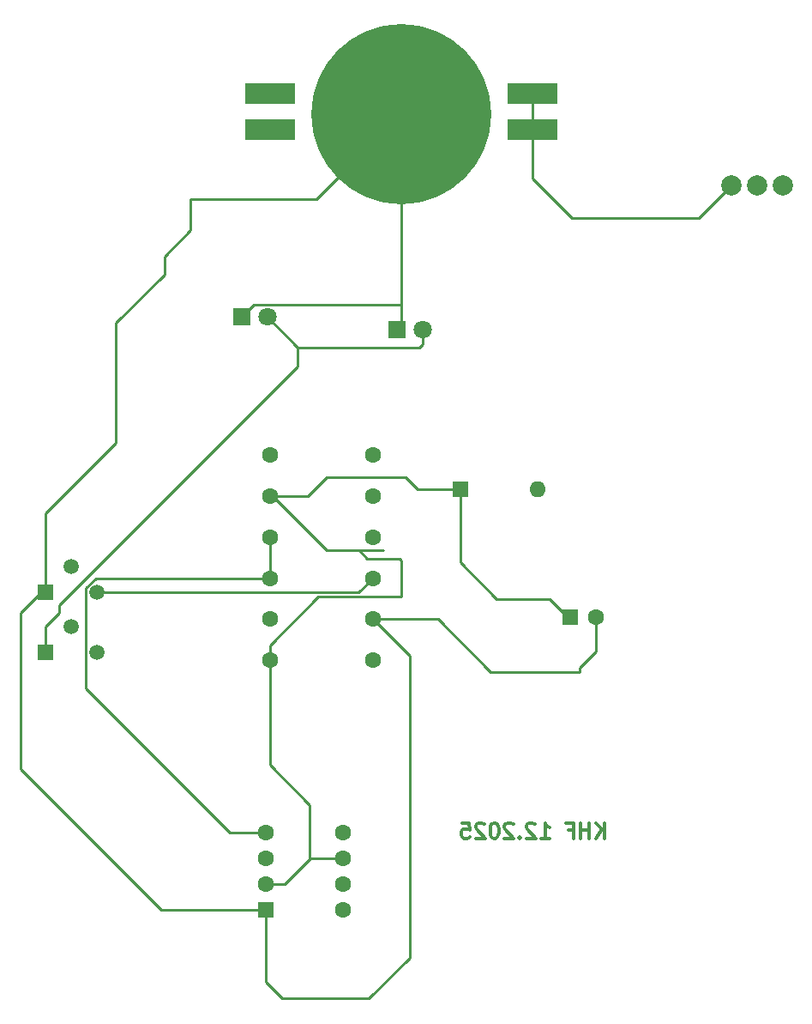
<source format=gbr>
%TF.GenerationSoftware,KiCad,Pcbnew,9.0.6*%
%TF.CreationDate,2025-12-18T17:12:23+01:00*%
%TF.ProjectId,Santa,53616e74-612e-46b6-9963-61645f706362,rev?*%
%TF.SameCoordinates,Original*%
%TF.FileFunction,Copper,L2,Bot*%
%TF.FilePolarity,Positive*%
%FSLAX46Y46*%
G04 Gerber Fmt 4.6, Leading zero omitted, Abs format (unit mm)*
G04 Created by KiCad (PCBNEW 9.0.6) date 2025-12-18 17:12:23*
%MOMM*%
%LPD*%
G01*
G04 APERTURE LIST*
G04 Aperture macros list*
%AMRoundRect*
0 Rectangle with rounded corners*
0 $1 Rounding radius*
0 $2 $3 $4 $5 $6 $7 $8 $9 X,Y pos of 4 corners*
0 Add a 4 corners polygon primitive as box body*
4,1,4,$2,$3,$4,$5,$6,$7,$8,$9,$2,$3,0*
0 Add four circle primitives for the rounded corners*
1,1,$1+$1,$2,$3*
1,1,$1+$1,$4,$5*
1,1,$1+$1,$6,$7*
1,1,$1+$1,$8,$9*
0 Add four rect primitives between the rounded corners*
20,1,$1+$1,$2,$3,$4,$5,0*
20,1,$1+$1,$4,$5,$6,$7,0*
20,1,$1+$1,$6,$7,$8,$9,0*
20,1,$1+$1,$8,$9,$2,$3,0*%
G04 Aperture macros list end*
%ADD10C,0.300000*%
%TA.AperFunction,NonConductor*%
%ADD11C,0.300000*%
%TD*%
%TA.AperFunction,ComponentPad*%
%ADD12C,1.600000*%
%TD*%
%TA.AperFunction,ComponentPad*%
%ADD13R,1.600000X1.600000*%
%TD*%
%TA.AperFunction,ComponentPad*%
%ADD14O,1.600000X1.600000*%
%TD*%
%TA.AperFunction,ComponentPad*%
%ADD15RoundRect,0.250000X-0.550000X-0.550000X0.550000X-0.550000X0.550000X0.550000X-0.550000X0.550000X0*%
%TD*%
%TA.AperFunction,ComponentPad*%
%ADD16C,2.000000*%
%TD*%
%TA.AperFunction,ComponentPad*%
%ADD17R,1.800000X1.800000*%
%TD*%
%TA.AperFunction,ComponentPad*%
%ADD18C,1.800000*%
%TD*%
%TA.AperFunction,SMDPad,CuDef*%
%ADD19R,5.000000X2.000000*%
%TD*%
%TA.AperFunction,SMDPad,CuDef*%
%ADD20C,17.780000*%
%TD*%
%TA.AperFunction,ComponentPad*%
%ADD21R,1.500000X1.500000*%
%TD*%
%TA.AperFunction,ComponentPad*%
%ADD22C,1.500000*%
%TD*%
%TA.AperFunction,Conductor*%
%ADD23C,0.250000*%
%TD*%
G04 APERTURE END LIST*
D10*
D11*
X158645489Y-120800828D02*
X158645489Y-119300828D01*
X157788346Y-120800828D02*
X158431203Y-119943685D01*
X157788346Y-119300828D02*
X158645489Y-120157971D01*
X157145489Y-120800828D02*
X157145489Y-119300828D01*
X157145489Y-120015114D02*
X156288346Y-120015114D01*
X156288346Y-120800828D02*
X156288346Y-119300828D01*
X155074060Y-120015114D02*
X155574060Y-120015114D01*
X155574060Y-120800828D02*
X155574060Y-119300828D01*
X155574060Y-119300828D02*
X154859774Y-119300828D01*
X152359774Y-120800828D02*
X153216917Y-120800828D01*
X152788346Y-120800828D02*
X152788346Y-119300828D01*
X152788346Y-119300828D02*
X152931203Y-119515114D01*
X152931203Y-119515114D02*
X153074060Y-119657971D01*
X153074060Y-119657971D02*
X153216917Y-119729400D01*
X151788346Y-119443685D02*
X151716918Y-119372257D01*
X151716918Y-119372257D02*
X151574061Y-119300828D01*
X151574061Y-119300828D02*
X151216918Y-119300828D01*
X151216918Y-119300828D02*
X151074061Y-119372257D01*
X151074061Y-119372257D02*
X151002632Y-119443685D01*
X151002632Y-119443685D02*
X150931203Y-119586542D01*
X150931203Y-119586542D02*
X150931203Y-119729400D01*
X150931203Y-119729400D02*
X151002632Y-119943685D01*
X151002632Y-119943685D02*
X151859775Y-120800828D01*
X151859775Y-120800828D02*
X150931203Y-120800828D01*
X150288347Y-120657971D02*
X150216918Y-120729400D01*
X150216918Y-120729400D02*
X150288347Y-120800828D01*
X150288347Y-120800828D02*
X150359775Y-120729400D01*
X150359775Y-120729400D02*
X150288347Y-120657971D01*
X150288347Y-120657971D02*
X150288347Y-120800828D01*
X149645489Y-119443685D02*
X149574061Y-119372257D01*
X149574061Y-119372257D02*
X149431204Y-119300828D01*
X149431204Y-119300828D02*
X149074061Y-119300828D01*
X149074061Y-119300828D02*
X148931204Y-119372257D01*
X148931204Y-119372257D02*
X148859775Y-119443685D01*
X148859775Y-119443685D02*
X148788346Y-119586542D01*
X148788346Y-119586542D02*
X148788346Y-119729400D01*
X148788346Y-119729400D02*
X148859775Y-119943685D01*
X148859775Y-119943685D02*
X149716918Y-120800828D01*
X149716918Y-120800828D02*
X148788346Y-120800828D01*
X147859775Y-119300828D02*
X147716918Y-119300828D01*
X147716918Y-119300828D02*
X147574061Y-119372257D01*
X147574061Y-119372257D02*
X147502633Y-119443685D01*
X147502633Y-119443685D02*
X147431204Y-119586542D01*
X147431204Y-119586542D02*
X147359775Y-119872257D01*
X147359775Y-119872257D02*
X147359775Y-120229400D01*
X147359775Y-120229400D02*
X147431204Y-120515114D01*
X147431204Y-120515114D02*
X147502633Y-120657971D01*
X147502633Y-120657971D02*
X147574061Y-120729400D01*
X147574061Y-120729400D02*
X147716918Y-120800828D01*
X147716918Y-120800828D02*
X147859775Y-120800828D01*
X147859775Y-120800828D02*
X148002633Y-120729400D01*
X148002633Y-120729400D02*
X148074061Y-120657971D01*
X148074061Y-120657971D02*
X148145490Y-120515114D01*
X148145490Y-120515114D02*
X148216918Y-120229400D01*
X148216918Y-120229400D02*
X148216918Y-119872257D01*
X148216918Y-119872257D02*
X148145490Y-119586542D01*
X148145490Y-119586542D02*
X148074061Y-119443685D01*
X148074061Y-119443685D02*
X148002633Y-119372257D01*
X148002633Y-119372257D02*
X147859775Y-119300828D01*
X146788347Y-119443685D02*
X146716919Y-119372257D01*
X146716919Y-119372257D02*
X146574062Y-119300828D01*
X146574062Y-119300828D02*
X146216919Y-119300828D01*
X146216919Y-119300828D02*
X146074062Y-119372257D01*
X146074062Y-119372257D02*
X146002633Y-119443685D01*
X146002633Y-119443685D02*
X145931204Y-119586542D01*
X145931204Y-119586542D02*
X145931204Y-119729400D01*
X145931204Y-119729400D02*
X146002633Y-119943685D01*
X146002633Y-119943685D02*
X146859776Y-120800828D01*
X146859776Y-120800828D02*
X145931204Y-120800828D01*
X144574062Y-119300828D02*
X145288348Y-119300828D01*
X145288348Y-119300828D02*
X145359776Y-120015114D01*
X145359776Y-120015114D02*
X145288348Y-119943685D01*
X145288348Y-119943685D02*
X145145491Y-119872257D01*
X145145491Y-119872257D02*
X144788348Y-119872257D01*
X144788348Y-119872257D02*
X144645491Y-119943685D01*
X144645491Y-119943685D02*
X144574062Y-120015114D01*
X144574062Y-120015114D02*
X144502633Y-120157971D01*
X144502633Y-120157971D02*
X144502633Y-120515114D01*
X144502633Y-120515114D02*
X144574062Y-120657971D01*
X144574062Y-120657971D02*
X144645491Y-120729400D01*
X144645491Y-120729400D02*
X144788348Y-120800828D01*
X144788348Y-120800828D02*
X145145491Y-120800828D01*
X145145491Y-120800828D02*
X145288348Y-120729400D01*
X145288348Y-120729400D02*
X145359776Y-120657971D01*
D12*
%TO.P,R3,2*%
%TO.N,Net-(Q1-B)*%
X135760000Y-103250000D03*
%TO.P,R3,1*%
%TO.N,Net-(D3-K)*%
X125600000Y-103250000D03*
%TD*%
%TO.P,R6,2*%
%TO.N,Net-(Q2-C)*%
X135760000Y-91100000D03*
%TO.P,R6,1*%
%TO.N,Net-(S1-E)*%
X125600000Y-91100000D03*
%TD*%
%TO.P,R5,2*%
%TO.N,Net-(Q1-C)*%
X135760000Y-95150000D03*
%TO.P,R5,1*%
%TO.N,Net-(S1-E)*%
X125600000Y-95150000D03*
%TD*%
%TO.P,C1,2*%
%TO.N,Net-(D1-K)*%
X157800000Y-99000000D03*
D13*
%TO.P,C1,1*%
%TO.N,Net-(D3-K)*%
X155300000Y-99000000D03*
%TD*%
D14*
%TO.P,D3,2,A*%
%TO.N,Net-(D3-A)*%
X152020000Y-86400000D03*
D13*
%TO.P,D3,1,K*%
%TO.N,Net-(D3-K)*%
X144400000Y-86400000D03*
%TD*%
D12*
%TO.P,R8,2*%
%TO.N,Net-(D3-A)*%
X135760000Y-83000000D03*
%TO.P,R8,1*%
%TO.N,Net-(S1-E)*%
X125600000Y-83000000D03*
%TD*%
%TO.P,R4,2*%
%TO.N,Net-(D1-K)*%
X135760000Y-99200000D03*
%TO.P,R4,1*%
%TO.N,Net-(Q1-B)*%
X125600000Y-99200000D03*
%TD*%
%TO.P,U1,8,VCC*%
%TO.N,Net-(S1-E)*%
X132830000Y-127840000D03*
%TO.P,U1,7,DIS*%
%TO.N,Net-(D3-A)*%
X132830000Y-125300000D03*
%TO.P,U1,6,THR*%
%TO.N,Net-(D3-K)*%
X132830000Y-122760000D03*
%TO.P,U1,5,CV*%
%TO.N,unconnected-(U1-CV-Pad5)*%
X132830000Y-120220000D03*
%TO.P,U1,4,R*%
%TO.N,Net-(S1-E)*%
X125210000Y-120220000D03*
%TO.P,U1,3,Q*%
%TO.N,unconnected-(U1-Q-Pad3)*%
X125210000Y-122760000D03*
%TO.P,U1,2,TR*%
%TO.N,Net-(D3-K)*%
X125210000Y-125300000D03*
D15*
%TO.P,U1,1,GND*%
%TO.N,Net-(D1-K)*%
X125210000Y-127840000D03*
%TD*%
D12*
%TO.P,R7,2*%
%TO.N,Net-(D3-A)*%
X135760000Y-87050000D03*
%TO.P,R7,1*%
%TO.N,Net-(D3-K)*%
X125600000Y-87050000D03*
%TD*%
D16*
%TO.P,S1,3,A*%
%TO.N,unconnected-(S1-A-Pad3)*%
X176280000Y-56400000D03*
%TO.P,S1,2,E*%
%TO.N,Net-(S1-E)*%
X173740000Y-56400000D03*
%TO.P,S1,1,A*%
%TO.N,Net-(S1-A-Pad1)*%
X171200000Y-56400000D03*
%TD*%
D17*
%TO.P,D1,1,K*%
%TO.N,Net-(D1-K)*%
X138200000Y-70600000D03*
D18*
%TO.P,D1,2,A*%
%TO.N,Net-(D1-A)*%
X140740000Y-70600000D03*
%TD*%
D17*
%TO.P,D2,1,K*%
%TO.N,Net-(D1-K)*%
X122800000Y-69400000D03*
D18*
%TO.P,D2,2,A*%
%TO.N,Net-(D1-A)*%
X125340000Y-69400000D03*
%TD*%
D19*
%TO.P,U2,*%
%TO.N,*%
X125646000Y-50924000D03*
X125646000Y-47368000D03*
%TO.P,U2,1*%
%TO.N,Net-(S1-A-Pad1)*%
X151540000Y-50924000D03*
X151540000Y-47368000D03*
D20*
%TO.P,U2,2*%
%TO.N,Net-(D1-K)*%
X138600000Y-49400000D03*
%TD*%
D21*
%TO.P,T2,1,E*%
%TO.N,Net-(D1-A)*%
X103460000Y-102482385D03*
D22*
%TO.P,T2,2,B*%
%TO.N,Net-(Q1-C)*%
X106000000Y-99942385D03*
%TO.P,T2,3,C*%
%TO.N,Net-(Q2-C)*%
X108540000Y-102482385D03*
%TD*%
D21*
%TO.P,T1,1,E*%
%TO.N,Net-(D1-K)*%
X103460000Y-96540000D03*
D22*
%TO.P,T1,2,B*%
%TO.N,Net-(Q1-B)*%
X106000000Y-94000000D03*
%TO.P,T1,3,C*%
%TO.N,Net-(Q1-C)*%
X108540000Y-96540000D03*
%TD*%
D23*
%TO.N,Net-(D3-K)*%
X140200000Y-86400000D02*
X144400000Y-86400000D01*
X139000000Y-85200000D02*
X140200000Y-86400000D01*
X125600000Y-87050000D02*
X129350000Y-87050000D01*
X129350000Y-87050000D02*
X131200000Y-85200000D01*
X131200000Y-85200000D02*
X139000000Y-85200000D01*
X125600000Y-113600000D02*
X129500000Y-117500000D01*
X129500000Y-117500000D02*
X129500000Y-122900000D01*
X129500000Y-122900000D02*
X129640000Y-122760000D01*
X125600000Y-103250000D02*
X125600000Y-113600000D01*
%TO.N,Net-(S1-E)*%
X107464000Y-106064000D02*
X121620000Y-120220000D01*
X108408306Y-95150000D02*
X107464000Y-96094306D01*
X107464000Y-96094306D02*
X107464000Y-106064000D01*
X121620000Y-120220000D02*
X125210000Y-120220000D01*
X125600000Y-95150000D02*
X108408306Y-95150000D01*
X125600000Y-91100000D02*
X125600000Y-95150000D01*
%TO.N,Net-(D3-K)*%
X125600000Y-101800000D02*
X125600000Y-103250000D01*
X130400000Y-97000000D02*
X125600000Y-101800000D01*
X138600000Y-97000000D02*
X130400000Y-97000000D01*
X138600000Y-93400000D02*
X138600000Y-97000000D01*
X138400000Y-93200000D02*
X138600000Y-93400000D01*
X135200000Y-93200000D02*
X138400000Y-93200000D01*
X134400000Y-92400000D02*
X135200000Y-93200000D01*
X131200000Y-92400000D02*
X134400000Y-92400000D01*
X131200000Y-92400000D02*
X136800000Y-92400000D01*
X125600000Y-87050000D02*
X125850000Y-87050000D01*
X125850000Y-87050000D02*
X131200000Y-92400000D01*
%TO.N,Net-(Q1-C)*%
X134370000Y-96540000D02*
X135760000Y-95150000D01*
X108540000Y-96540000D02*
X134370000Y-96540000D01*
%TO.N,Net-(D3-K)*%
X129640000Y-122760000D02*
X132830000Y-122760000D01*
X127100000Y-125300000D02*
X129500000Y-122900000D01*
X125210000Y-125300000D02*
X127100000Y-125300000D01*
%TO.N,Net-(D1-K)*%
X103060000Y-96540000D02*
X103460000Y-96540000D01*
X101000000Y-114000000D02*
X101000000Y-98600000D01*
X114840000Y-127840000D02*
X101000000Y-114000000D01*
X101000000Y-98600000D02*
X103060000Y-96540000D01*
X125210000Y-127840000D02*
X114840000Y-127840000D01*
X139400000Y-102840000D02*
X135760000Y-99200000D01*
X125210000Y-135010000D02*
X126800000Y-136600000D01*
X139400000Y-132600000D02*
X139400000Y-102840000D01*
X125210000Y-127840000D02*
X125210000Y-135010000D01*
X126800000Y-136600000D02*
X135400000Y-136600000D01*
X135400000Y-136600000D02*
X139400000Y-132600000D01*
X156200000Y-104000000D02*
X156200000Y-104400000D01*
X157800000Y-102400000D02*
X156200000Y-104000000D01*
X157800000Y-102400000D02*
X157800000Y-99000000D01*
X142200000Y-99200000D02*
X147400000Y-104400000D01*
X135760000Y-99200000D02*
X142200000Y-99200000D01*
X147400000Y-104400000D02*
X156200000Y-104400000D01*
%TO.N,Net-(D3-K)*%
X148000000Y-97200000D02*
X153200000Y-97200000D01*
X144400000Y-93600000D02*
X148000000Y-97200000D01*
X153200000Y-97200000D02*
X155000000Y-99000000D01*
X155000000Y-99000000D02*
X155300000Y-99000000D01*
X144400000Y-86400000D02*
X144400000Y-93600000D01*
%TO.N,Net-(D1-A)*%
X128340000Y-74260000D02*
X128340000Y-72400000D01*
X104800000Y-97800000D02*
X128340000Y-74260000D01*
X104800000Y-98600000D02*
X104800000Y-97800000D01*
X103460000Y-99940000D02*
X104800000Y-98600000D01*
X103460000Y-102482385D02*
X103460000Y-99940000D01*
%TO.N,Net-(D1-K)*%
X103460000Y-88740000D02*
X103460000Y-96540000D01*
X110400000Y-81800000D02*
X103460000Y-88740000D01*
X110400000Y-70000000D02*
X110400000Y-81800000D01*
X115200000Y-65200000D02*
X110400000Y-70000000D01*
X115200000Y-63400000D02*
X115200000Y-65200000D01*
X117800000Y-60800000D02*
X115200000Y-63400000D01*
X117800000Y-57800000D02*
X117800000Y-60800000D01*
X130200000Y-57800000D02*
X117800000Y-57800000D01*
X138600000Y-49400000D02*
X130200000Y-57800000D01*
%TO.N,Net-(S1-A-Pad1)*%
X168000000Y-59600000D02*
X171200000Y-56400000D01*
X151540000Y-55740000D02*
X155400000Y-59600000D01*
X151540000Y-50924000D02*
X151540000Y-55740000D01*
X155400000Y-59600000D02*
X168000000Y-59600000D01*
X151540000Y-47368000D02*
X151540000Y-50924000D01*
%TO.N,Net-(D1-A)*%
X140740000Y-72060000D02*
X140740000Y-70600000D01*
X140400000Y-72400000D02*
X140740000Y-72060000D01*
X128340000Y-72400000D02*
X140400000Y-72400000D01*
X125340000Y-69400000D02*
X128340000Y-72400000D01*
%TO.N,Net-(D1-K)*%
X124026000Y-68174000D02*
X138574000Y-68174000D01*
X138574000Y-68174000D02*
X138600000Y-68200000D01*
X138600000Y-68200000D02*
X138600000Y-70200000D01*
X122800000Y-69400000D02*
X124026000Y-68174000D01*
X138600000Y-70200000D02*
X138200000Y-70600000D01*
X138600000Y-49400000D02*
X138600000Y-68200000D01*
%TD*%
M02*

</source>
